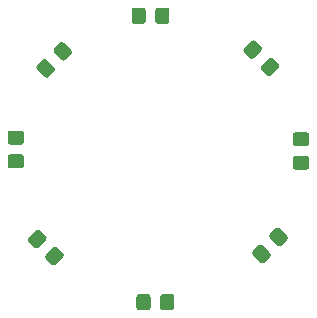
<source format=gbr>
G04 #@! TF.GenerationSoftware,KiCad,Pcbnew,(5.1.10)-1*
G04 #@! TF.CreationDate,2022-11-16T20:30:32+05:30*
G04 #@! TF.ProjectId,2023 control pcb,32303233-2063-46f6-9e74-726f6c207063,rev?*
G04 #@! TF.SameCoordinates,Original*
G04 #@! TF.FileFunction,Paste,Top*
G04 #@! TF.FilePolarity,Positive*
%FSLAX46Y46*%
G04 Gerber Fmt 4.6, Leading zero omitted, Abs format (unit mm)*
G04 Created by KiCad (PCBNEW (5.1.10)-1) date 2022-11-16 20:30:32*
%MOMM*%
%LPD*%
G01*
G04 APERTURE LIST*
G04 APERTURE END LIST*
G04 #@! TO.C,D1*
G36*
G01*
X211821612Y-53464785D02*
X211185215Y-52828388D01*
G75*
G02*
X211185215Y-52474836I176776J176776D01*
G01*
X211644836Y-52015215D01*
G75*
G02*
X211998388Y-52015215I176776J-176776D01*
G01*
X212634785Y-52651612D01*
G75*
G02*
X212634785Y-53005164I-176776J-176776D01*
G01*
X212175164Y-53464785D01*
G75*
G02*
X211821612Y-53464785I-176776J176776D01*
G01*
G37*
G36*
G01*
X210372044Y-54914353D02*
X209735647Y-54277956D01*
G75*
G02*
X209735647Y-53924404I176776J176776D01*
G01*
X210195268Y-53464783D01*
G75*
G02*
X210548820Y-53464783I176776J-176776D01*
G01*
X211185217Y-54101180D01*
G75*
G02*
X211185217Y-54454732I-176776J-176776D01*
G01*
X210725596Y-54914353D01*
G75*
G02*
X210372044Y-54914353I-176776J176776D01*
G01*
G37*
G04 #@! TD*
G04 #@! TO.C,D2*
G36*
G01*
X230159569Y-54153172D02*
X229523172Y-54789569D01*
G75*
G02*
X229169620Y-54789569I-176776J176776D01*
G01*
X228709999Y-54329948D01*
G75*
G02*
X228709999Y-53976396I176776J176776D01*
G01*
X229346396Y-53339999D01*
G75*
G02*
X229699948Y-53339999I176776J-176776D01*
G01*
X230159569Y-53799620D01*
G75*
G02*
X230159569Y-54153172I-176776J-176776D01*
G01*
G37*
G36*
G01*
X228710001Y-52703604D02*
X228073604Y-53340001D01*
G75*
G02*
X227720052Y-53340001I-176776J176776D01*
G01*
X227260431Y-52880380D01*
G75*
G02*
X227260431Y-52526828I176776J176776D01*
G01*
X227896828Y-51890431D01*
G75*
G02*
X228250380Y-51890431I176776J-176776D01*
G01*
X228710001Y-52350052D01*
G75*
G02*
X228710001Y-52703604I-176776J-176776D01*
G01*
G37*
G04 #@! TD*
G04 #@! TO.C,D3*
G36*
G01*
X210470001Y-68718604D02*
X209833604Y-69355001D01*
G75*
G02*
X209480052Y-69355001I-176776J176776D01*
G01*
X209020431Y-68895380D01*
G75*
G02*
X209020431Y-68541828I176776J176776D01*
G01*
X209656828Y-67905431D01*
G75*
G02*
X210010380Y-67905431I176776J-176776D01*
G01*
X210470001Y-68365052D01*
G75*
G02*
X210470001Y-68718604I-176776J-176776D01*
G01*
G37*
G36*
G01*
X211919569Y-70168172D02*
X211283172Y-70804569D01*
G75*
G02*
X210929620Y-70804569I-176776J176776D01*
G01*
X210469999Y-70344948D01*
G75*
G02*
X210469999Y-69991396I176776J176776D01*
G01*
X211106396Y-69354999D01*
G75*
G02*
X211459948Y-69354999I176776J-176776D01*
G01*
X211919569Y-69814620D01*
G75*
G02*
X211919569Y-70168172I-176776J-176776D01*
G01*
G37*
G04 #@! TD*
G04 #@! TO.C,D4*
G36*
G01*
X228646828Y-70634569D02*
X228010431Y-69998172D01*
G75*
G02*
X228010431Y-69644620I176776J176776D01*
G01*
X228470052Y-69184999D01*
G75*
G02*
X228823604Y-69184999I176776J-176776D01*
G01*
X229460001Y-69821396D01*
G75*
G02*
X229460001Y-70174948I-176776J-176776D01*
G01*
X229000380Y-70634569D01*
G75*
G02*
X228646828Y-70634569I-176776J176776D01*
G01*
G37*
G36*
G01*
X230096396Y-69185001D02*
X229459999Y-68548604D01*
G75*
G02*
X229459999Y-68195052I176776J176776D01*
G01*
X229919620Y-67735431D01*
G75*
G02*
X230273172Y-67735431I176776J-176776D01*
G01*
X230909569Y-68371828D01*
G75*
G02*
X230909569Y-68725380I-176776J-176776D01*
G01*
X230449948Y-69185001D01*
G75*
G02*
X230096396Y-69185001I-176776J176776D01*
G01*
G37*
G04 #@! TD*
G04 #@! TO.C,R1*
G36*
G01*
X218930000Y-49289999D02*
X218930000Y-50190001D01*
G75*
G02*
X218680001Y-50440000I-249999J0D01*
G01*
X217979999Y-50440000D01*
G75*
G02*
X217730000Y-50190001I0J249999D01*
G01*
X217730000Y-49289999D01*
G75*
G02*
X217979999Y-49040000I249999J0D01*
G01*
X218680001Y-49040000D01*
G75*
G02*
X218930000Y-49289999I0J-249999D01*
G01*
G37*
G36*
G01*
X220930000Y-49289999D02*
X220930000Y-50190001D01*
G75*
G02*
X220680001Y-50440000I-249999J0D01*
G01*
X219979999Y-50440000D01*
G75*
G02*
X219730000Y-50190001I0J249999D01*
G01*
X219730000Y-49289999D01*
G75*
G02*
X219979999Y-49040000I249999J0D01*
G01*
X220680001Y-49040000D01*
G75*
G02*
X220930000Y-49289999I0J-249999D01*
G01*
G37*
G04 #@! TD*
G04 #@! TO.C,R2*
G36*
G01*
X218140000Y-74430001D02*
X218140000Y-73529999D01*
G75*
G02*
X218389999Y-73280000I249999J0D01*
G01*
X219090001Y-73280000D01*
G75*
G02*
X219340000Y-73529999I0J-249999D01*
G01*
X219340000Y-74430001D01*
G75*
G02*
X219090001Y-74680000I-249999J0D01*
G01*
X218389999Y-74680000D01*
G75*
G02*
X218140000Y-74430001I0J249999D01*
G01*
G37*
G36*
G01*
X220140000Y-74430001D02*
X220140000Y-73529999D01*
G75*
G02*
X220389999Y-73280000I249999J0D01*
G01*
X221090001Y-73280000D01*
G75*
G02*
X221340000Y-73529999I0J-249999D01*
G01*
X221340000Y-74430001D01*
G75*
G02*
X221090001Y-74680000I-249999J0D01*
G01*
X220389999Y-74680000D01*
G75*
G02*
X220140000Y-74430001I0J249999D01*
G01*
G37*
G04 #@! TD*
G04 #@! TO.C,R3*
G36*
G01*
X208380001Y-60660000D02*
X207479999Y-60660000D01*
G75*
G02*
X207230000Y-60410001I0J249999D01*
G01*
X207230000Y-59709999D01*
G75*
G02*
X207479999Y-59460000I249999J0D01*
G01*
X208380001Y-59460000D01*
G75*
G02*
X208630000Y-59709999I0J-249999D01*
G01*
X208630000Y-60410001D01*
G75*
G02*
X208380001Y-60660000I-249999J0D01*
G01*
G37*
G36*
G01*
X208380001Y-62660000D02*
X207479999Y-62660000D01*
G75*
G02*
X207230000Y-62410001I0J249999D01*
G01*
X207230000Y-61709999D01*
G75*
G02*
X207479999Y-61460000I249999J0D01*
G01*
X208380001Y-61460000D01*
G75*
G02*
X208630000Y-61709999I0J-249999D01*
G01*
X208630000Y-62410001D01*
G75*
G02*
X208380001Y-62660000I-249999J0D01*
G01*
G37*
G04 #@! TD*
G04 #@! TO.C,R4*
G36*
G01*
X232520001Y-62780000D02*
X231619999Y-62780000D01*
G75*
G02*
X231370000Y-62530001I0J249999D01*
G01*
X231370000Y-61829999D01*
G75*
G02*
X231619999Y-61580000I249999J0D01*
G01*
X232520001Y-61580000D01*
G75*
G02*
X232770000Y-61829999I0J-249999D01*
G01*
X232770000Y-62530001D01*
G75*
G02*
X232520001Y-62780000I-249999J0D01*
G01*
G37*
G36*
G01*
X232520001Y-60780000D02*
X231619999Y-60780000D01*
G75*
G02*
X231370000Y-60530001I0J249999D01*
G01*
X231370000Y-59829999D01*
G75*
G02*
X231619999Y-59580000I249999J0D01*
G01*
X232520001Y-59580000D01*
G75*
G02*
X232770000Y-59829999I0J-249999D01*
G01*
X232770000Y-60530001D01*
G75*
G02*
X232520001Y-60780000I-249999J0D01*
G01*
G37*
G04 #@! TD*
M02*

</source>
